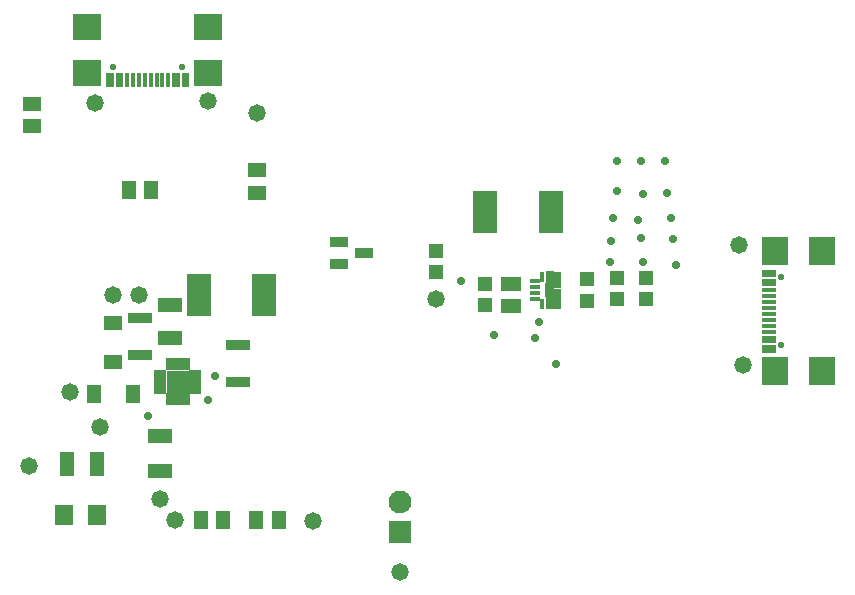
<source format=gts>
G04*
G04 #@! TF.GenerationSoftware,Altium Limited,Altium Designer,22.3.1 (43)*
G04*
G04 Layer_Color=8388736*
%FSLAX23Y23*%
%MOIN*%
G70*
G04*
G04 #@! TF.SameCoordinates,09264033-3090-4D32-8FBF-651452AD9D60*
G04*
G04*
G04 #@! TF.FilePolarity,Negative*
G04*
G01*
G75*
%ADD15R,0.045X0.012*%
%ADD22R,0.012X0.045*%
%ADD40R,0.087X0.094*%
%ADD41R,0.014X0.046*%
%ADD42R,0.025X0.071*%
%ADD43R,0.018X0.032*%
%ADD44R,0.032X0.018*%
%ADD45R,0.025X0.128*%
%ADD46R,0.025X0.057*%
%ADD47R,0.094X0.087*%
%ADD48R,0.077X0.077*%
%ADD49R,0.020X0.039*%
%ADD50R,0.039X0.020*%
%ADD51R,0.065X0.047*%
%ADD52R,0.063X0.047*%
%ADD53R,0.047X0.063*%
%ADD54R,0.049X0.079*%
%ADD55R,0.079X0.049*%
%ADD56R,0.059X0.032*%
%ADD57R,0.081X0.142*%
%ADD58R,0.063X0.067*%
%ADD59R,0.049X0.049*%
%ADD60R,0.084X0.038*%
%ADD61R,0.080X0.048*%
%ADD62R,0.051X0.061*%
%ADD63R,0.061X0.051*%
%ADD64C,0.021*%
%ADD65R,0.076X0.076*%
%ADD66C,0.076*%
%ADD67C,0.058*%
%ADD68C,0.028*%
D15*
X2955Y875D02*
D03*
Y906D02*
D03*
Y926D02*
D03*
Y965D02*
D03*
Y1025D02*
D03*
Y1064D02*
D03*
Y1084D02*
D03*
Y1115D02*
D03*
Y1127D02*
D03*
Y1095D02*
D03*
Y1044D02*
D03*
Y1005D02*
D03*
Y985D02*
D03*
Y946D02*
D03*
Y895D02*
D03*
Y863D02*
D03*
D22*
X1017Y1765D02*
D03*
X985D02*
D03*
X934D02*
D03*
X895D02*
D03*
X875D02*
D03*
X836D02*
D03*
X785D02*
D03*
X753D02*
D03*
X765D02*
D03*
X796D02*
D03*
X816D02*
D03*
X855D02*
D03*
X915D02*
D03*
X954D02*
D03*
X974D02*
D03*
X1005D02*
D03*
D40*
X2978Y1196D02*
D03*
Y794D02*
D03*
X3133Y1196D02*
D03*
Y794D02*
D03*
D41*
X2215Y1065D02*
D03*
D42*
X2250Y1036D02*
D03*
D43*
X2201Y1020D02*
D03*
Y1110D02*
D03*
D44*
X2175Y1035D02*
D03*
Y1055D02*
D03*
Y1075D02*
D03*
Y1095D02*
D03*
D45*
X2227Y1065D02*
D03*
D46*
X2250Y1100D02*
D03*
D47*
X1086Y1943D02*
D03*
X684D02*
D03*
X1086Y1788D02*
D03*
X684D02*
D03*
D48*
X985Y760D02*
D03*
D49*
X955Y819D02*
D03*
X975D02*
D03*
X995D02*
D03*
X1015D02*
D03*
Y701D02*
D03*
X995D02*
D03*
X975D02*
D03*
X955D02*
D03*
D50*
X1044Y790D02*
D03*
Y770D02*
D03*
Y750D02*
D03*
Y730D02*
D03*
X926D02*
D03*
Y750D02*
D03*
Y770D02*
D03*
Y790D02*
D03*
D51*
X2095Y1087D02*
D03*
Y1013D02*
D03*
D52*
X1250Y1390D02*
D03*
Y1465D02*
D03*
X500Y1687D02*
D03*
Y1613D02*
D03*
D53*
X1322Y300D02*
D03*
X1248D02*
D03*
X1137D02*
D03*
X1063D02*
D03*
X897Y1400D02*
D03*
X823D02*
D03*
D54*
X615Y485D02*
D03*
X715D02*
D03*
D55*
X925Y579D02*
D03*
Y461D02*
D03*
D56*
X1606Y1190D02*
D03*
X1524Y1153D02*
D03*
Y1227D02*
D03*
D57*
X2229Y1325D02*
D03*
X2011D02*
D03*
X1056Y1050D02*
D03*
X1274D02*
D03*
D58*
X715Y315D02*
D03*
X605D02*
D03*
D59*
X2545Y1106D02*
D03*
Y1034D02*
D03*
X2450Y1106D02*
D03*
Y1034D02*
D03*
X2350Y1101D02*
D03*
Y1029D02*
D03*
X2010Y1086D02*
D03*
Y1014D02*
D03*
X1845Y1124D02*
D03*
Y1196D02*
D03*
D60*
X1185Y758D02*
D03*
Y882D02*
D03*
X860Y972D02*
D03*
Y848D02*
D03*
D61*
X960Y1015D02*
D03*
Y905D02*
D03*
D62*
X835Y720D02*
D03*
X705D02*
D03*
D63*
X770Y955D02*
D03*
Y825D02*
D03*
D64*
X2998Y1109D02*
D03*
Y881D02*
D03*
X999Y1808D02*
D03*
X771D02*
D03*
D65*
X1725Y260D02*
D03*
D66*
Y360D02*
D03*
D67*
X2870Y815D02*
D03*
X2855Y1215D02*
D03*
X1435Y295D02*
D03*
X975Y300D02*
D03*
X925Y370D02*
D03*
X490Y480D02*
D03*
X725Y610D02*
D03*
X625Y725D02*
D03*
X770Y1050D02*
D03*
X855D02*
D03*
X1085Y1695D02*
D03*
X1725Y125D02*
D03*
X1845Y1035D02*
D03*
X710Y1690D02*
D03*
X1250Y1655D02*
D03*
D68*
X885Y645D02*
D03*
X1085Y700D02*
D03*
X1110Y780D02*
D03*
X2190Y960D02*
D03*
X2245Y820D02*
D03*
X2175Y905D02*
D03*
X2040Y915D02*
D03*
X2630Y1305D02*
D03*
X2535Y1385D02*
D03*
X2610Y1495D02*
D03*
X2615Y1390D02*
D03*
X2530Y1495D02*
D03*
X2535Y1160D02*
D03*
X1930Y1095D02*
D03*
X2425Y1160D02*
D03*
X2430Y1230D02*
D03*
X2435Y1305D02*
D03*
X2450Y1495D02*
D03*
Y1395D02*
D03*
X2530Y1240D02*
D03*
X2635Y1235D02*
D03*
X2645Y1150D02*
D03*
X2520Y1300D02*
D03*
M02*

</source>
